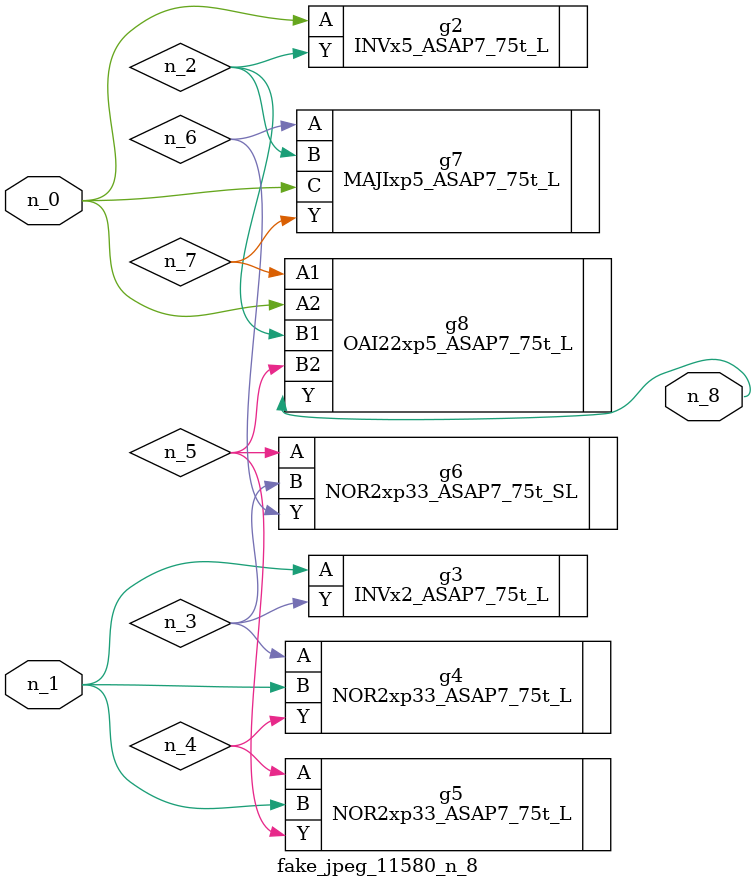
<source format=v>
module fake_jpeg_11580_n_8 (n_0, n_1, n_8);

input n_0;
input n_1;

output n_8;

wire n_3;
wire n_2;
wire n_4;
wire n_6;
wire n_5;
wire n_7;

INVx5_ASAP7_75t_L g2 ( 
.A(n_0),
.Y(n_2)
);

INVx2_ASAP7_75t_L g3 ( 
.A(n_1),
.Y(n_3)
);

NOR2xp33_ASAP7_75t_L g4 ( 
.A(n_3),
.B(n_1),
.Y(n_4)
);

NOR2xp33_ASAP7_75t_L g5 ( 
.A(n_4),
.B(n_1),
.Y(n_5)
);

NOR2xp33_ASAP7_75t_SL g6 ( 
.A(n_5),
.B(n_3),
.Y(n_6)
);

MAJIxp5_ASAP7_75t_L g7 ( 
.A(n_6),
.B(n_2),
.C(n_0),
.Y(n_7)
);

OAI22xp5_ASAP7_75t_L g8 ( 
.A1(n_7),
.A2(n_0),
.B1(n_2),
.B2(n_5),
.Y(n_8)
);


endmodule
</source>
